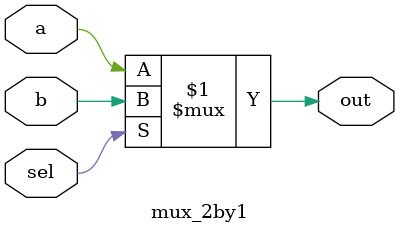
<source format=v>
/*
하려는 거

int mux_2by1(int a , int b, int c){
    if(c==1)
        return a;
    else
        return b;
}
*/

// C와 다른 점은 병렬적으로 코드 진행이 이루어진다는 점이다. 진짜 회로처럼.
module mux_2by1 (
    input a, input b, input sel, output out
);

// 출력이 wire인 이유는 굉장히 passive한 성격을 가져야 하므로    
wire out;

// assign out = 1'b1; // (비트수)'(binary)(값)
assign out = sel ? b : a;

endmodule
</source>
